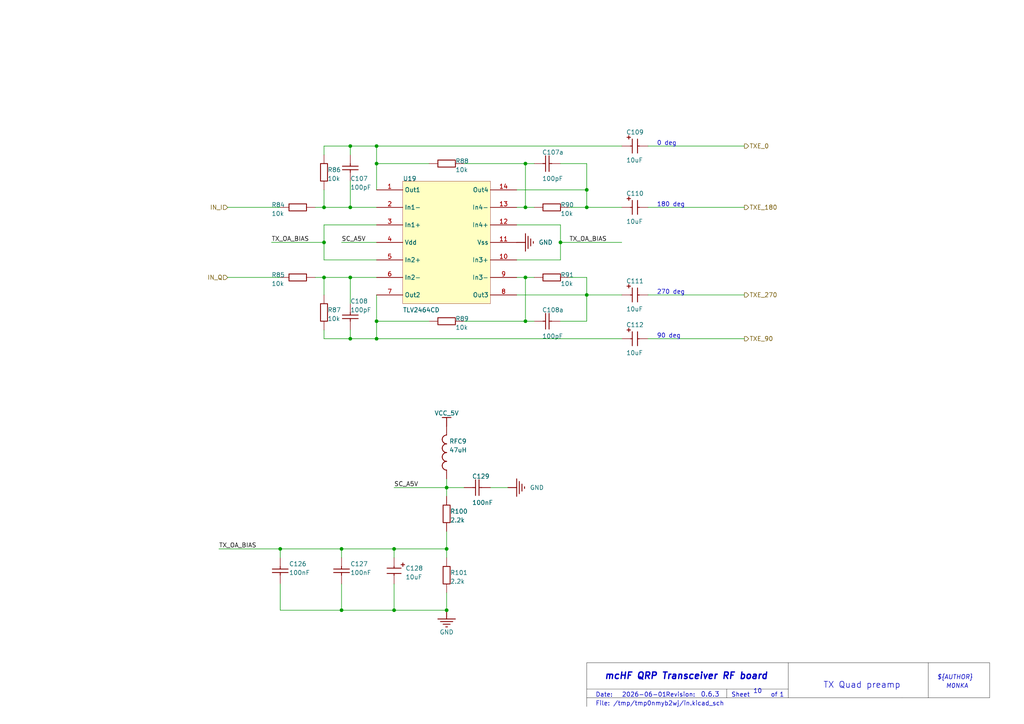
<source format=kicad_sch>
(kicad_sch (version 20231120) (generator "eeschema") (generator_version "8.0")
  (paper "A4")
  (title_block (title "mcHF QRP Transceiver RF board") (rev "0.6.3") (company "M0NKA"))
  (lib_symbols
    (symbol "rf_main-altium-import:GND_POWER_GROUND" (power)
      (property "Reference" "#PWR" (at 0 0 0))
      (property "Value" "GND" (at 0 6.35 0))
      (symbol "GND_POWER_GROUND_0_0"
        (polyline (pts (xy -2.54 -2.54) (xy 2.54 -2.54)) (stroke (width 0.254)))
        (polyline (pts (xy -1.778 -3.302) (xy 1.778 -3.302)) (stroke (width 0.254)))
        (polyline (pts (xy -1.016 -4.064) (xy 1.016 -4.064)) (stroke (width 0.254)))
        (polyline (pts (xy -0.254 -4.826) (xy 0.254 -4.826)) (stroke (width 0.254)))
        (polyline (pts (xy 0 0) (xy 0 -2.54)) (stroke (width 0.254)))
        (pin power_in line (at 0 0 0) (length 0) hide (name "GND") (number ""))
      )
    )
    (symbol "rf_main-altium-import:TX Quad preamp_0_CAP-POL_0"
      (symbol "TX Quad preamp_0_CAP-POL_0_1_0"
        (polyline (pts (xy 1.524 2.54) (xy 2.54 2.54)) (stroke (width 0.254)))
        (polyline (pts (xy 2.032 2.032) (xy 2.032 3.048)) (stroke (width 0.254)))
        (polyline (pts (xy 2.54 0) (xy 3.048 0)) (stroke (width 0.254)))
        (polyline (pts (xy 3.048 -2.032) (xy 3.048 2.032)) (stroke (width 0.254)))
        (polyline (pts (xy 4.572 0) (xy 5.08 0)) (stroke (width 0.254)))
        (polyline (pts (xy 4.572 2.032) (xy 4.572 -2.032)) (stroke (width 0.254)))
        (pin passive line (at 0 0 0) (length 2.54) (name "1") (number "1"))
        (pin passive line (at 7.62 0 180) (length 2.54) (name "2") (number "2"))
      )
    )
    (symbol "rf_main-altium-import:TX Quad preamp_0_RES_0"
      (symbol "TX Quad preamp_0_RES_0_1_0"
        (rectangle (start 5.08 -1.524) (end 0 -3.556) (stroke (width 0.254)))
        (pin passive line (at -2.54 -2.54 0) (length 2.54) (name "1") (number "1"))
        (pin passive line (at 7.62 -2.54 180) (length 2.54) (name "2") (number "2"))
      )
    )
    (symbol "rf_main-altium-import:TX Quad preamp_0_TLV2464CD"
      (symbol "TX Quad preamp_0_TLV2464CD_1_0"
        (rectangle (start 12.7 17.78) (end -12.7 -17.78) (stroke (width 0.0254) (color 128 0 0 1)) (fill (type background)))
        (pin output line (at -20.32 15.24 0) (length 7.62) (name "Out1") (number "1"))
        (pin input line (at 20.32 -5.08 180) (length 7.62) (name "In3+") (number "10"))
        (pin power_in line (at 20.32 0 180) (length 7.62) (name "Vss") (number "11"))
        (pin input line (at 20.32 5.08 180) (length 7.62) (name "In4+") (number "12"))
        (pin input line (at 20.32 10.16 180) (length 7.62) (name "In4-") (number "13"))
        (pin output line (at 20.32 15.24 180) (length 7.62) (name "Out4") (number "14"))
        (pin input line (at -20.32 10.16 0) (length 7.62) (name "In1-") (number "2"))
        (pin input line (at -20.32 5.08 0) (length 7.62) (name "In1+") (number "3"))
        (pin power_in line (at -20.32 0 0) (length 7.62) (name "Vdd") (number "4"))
        (pin input line (at -20.32 -5.08 0) (length 7.62) (name "In2+") (number "5"))
        (pin input line (at -20.32 -10.16 0) (length 7.62) (name "In2-") (number "6"))
        (pin output line (at -20.32 -15.24 0) (length 7.62) (name "Out2") (number "7"))
        (pin output line (at 20.32 -15.24 180) (length 7.62) (name "Out3") (number "8"))
        (pin input line (at 20.32 -10.16 180) (length 7.62) (name "In3-") (number "9"))
      )
    )
    (symbol "rf_main-altium-import:TX Quad preamp_1_RES_0"
      (symbol "TX Quad preamp_1_RES_0_1_0"
        (rectangle (start 3.556 5.08) (end 1.524 0) (stroke (width 0.254)))
        (pin passive line (at 2.54 -2.54 90) (length 2.54) (name "1") (number "1"))
        (pin passive line (at 2.54 7.62 270) (length 2.54) (name "2") (number "2"))
      )
    )
    (symbol "rf_main-altium-import:TX Quad preamp_1_TDK-NLV25T"
      (symbol "TX Quad preamp_1_TDK-NLV25T_1_0"
        (arc (start 1.27 1.27) (mid 1.642 0.372) (end 2.54 0) (stroke (width 0.254)))
        (arc (start 1.27 3.81) (mid 1.642 2.912) (end 2.54 2.54) (stroke (width 0.254)))
        (arc (start 1.27 6.35) (mid 1.642 5.452) (end 2.54 5.08) (stroke (width 0.254)))
        (arc (start 1.27 8.89) (mid 1.642 7.992) (end 2.54 7.62) (stroke (width 0.254)))
        (arc (start 2.54 2.54) (mid 1.642 2.168) (end 1.27 1.27) (stroke (width 0.254)))
        (arc (start 2.54 5.08) (mid 1.642 4.708) (end 1.27 3.81) (stroke (width 0.254)))
        (arc (start 2.54 7.62) (mid 1.642 7.248) (end 1.27 6.35) (stroke (width 0.254)))
        (arc (start 2.54 10.16) (mid 1.642 9.788) (end 1.27 8.89) (stroke (width 0.254)))
        (pin passive line (at 2.54 -2.54 90) (length 2.54) (name "1") (number "1"))
        (pin passive line (at 2.54 12.7 270) (length 2.54) (name "2") (number "2"))
      )
    )
    (symbol "rf_main-altium-import:TX Quad preamp_2_CAP"
      (symbol "TX Quad preamp_2_CAP_1_0"
        (polyline (pts (xy -2.54 0) (xy -2.54 0.762)) (stroke (width 0.254)))
        (polyline (pts (xy -2.54 1.778) (xy -2.54 2.54)) (stroke (width 0.254)))
        (polyline (pts (xy -0.254 0.762) (xy -4.826 0.762)) (stroke (width 0.254)))
        (polyline (pts (xy -0.254 1.778) (xy -4.826 1.778)) (stroke (width 0.254)))
        (pin passive line (at -2.54 -2.54 90) (length 2.54) (name "1") (number "1"))
        (pin passive line (at -2.54 5.08 270) (length 2.54) (name "2") (number "2"))
      )
    )
    (symbol "rf_main-altium-import:TX Quad preamp_3_CAP"
      (symbol "TX Quad preamp_3_CAP_1_0"
        (polyline (pts (xy -1.778 -2.54) (xy -2.54 -2.54)) (stroke (width 0.254)))
        (polyline (pts (xy -1.778 -0.254) (xy -1.778 -4.826)) (stroke (width 0.254)))
        (polyline (pts (xy -0.762 -0.254) (xy -0.762 -4.826)) (stroke (width 0.254)))
        (polyline (pts (xy 0 -2.54) (xy -0.762 -2.54)) (stroke (width 0.254)))
        (pin passive line (at 2.54 -2.54 180) (length 2.54) (name "1") (number "1"))
        (pin passive line (at -5.08 -2.54 0) (length 2.54) (name "2") (number "2"))
      )
    )
    (symbol "rf_main-altium-import:TX Quad preamp_3_CAP-POL_0"
      (symbol "TX Quad preamp_3_CAP-POL_0_1_0"
        (polyline (pts (xy -2.032 -3.048) (xy 2.032 -3.048)) (stroke (width 0.254)))
        (polyline (pts (xy 0 -4.572) (xy 0 -5.08)) (stroke (width 0.254)))
        (polyline (pts (xy 0 -2.54) (xy 0 -3.048)) (stroke (width 0.254)))
        (polyline (pts (xy 2.032 -4.572) (xy -2.032 -4.572)) (stroke (width 0.254)))
        (polyline (pts (xy 2.032 -2.032) (xy 3.048 -2.032)) (stroke (width 0.254)))
        (polyline (pts (xy 2.54 -1.524) (xy 2.54 -2.54)) (stroke (width 0.254)))
        (pin passive line (at 0 0 270) (length 2.54) (name "1") (number "1"))
        (pin passive line (at 0 -7.62 90) (length 2.54) (name "2") (number "2"))
      )
    )
    (symbol "rf_main-altium-import:VCC_5V_BAR" (power)
      (property "Reference" "#PWR" (at 0 0 0))
      (property "Value" "VCC_5V" (at 0 3.81 0))
      (symbol "VCC_5V_BAR_0_0"
        (polyline (pts (xy -1.27 -2.54) (xy 1.27 -2.54)) (stroke (width 0.254)))
        (polyline (pts (xy 0 0) (xy 0 -2.54)) (stroke (width 0.254)))
        (pin power_in line (at 0 0 0) (length 0) hide (name "VCC_5V") (number ""))
      )
    )
  )
  (junction (at 170.18 55.0672))
  (junction (at 109.22 42.3672))
  (junction (at 101.6 60.1472))
  (junction (at 109.22 47.4472))
  (junction (at 101.6 80.4672))
  (junction (at 109.22 93.1672))
  (junction (at 114.3 159.2072))
  (junction (at 170.18 60.1472))
  (junction (at 114.3 176.9872))
  (junction (at 162.56 70.3072))
  (junction (at 101.6 42.3672))
  (junction (at 170.18 85.5472))
  (junction (at 152.4 80.4672))
  (junction (at 93.98 70.3072))
  (junction (at 81.28 159.2072))
  (junction (at 93.98 60.1472))
  (junction (at 152.4 60.1472))
  (junction (at 99.06 159.2072))
  (junction (at 129.54 159.2072))
  (junction (at 129.54 141.4272))
  (junction (at 152.4 93.1672))
  (junction (at 152.4 47.4472))
  (junction (at 129.54 176.9872))
  (junction (at 93.98 80.4672))
  (junction (at 109.22 98.2472))
  (junction (at 101.6 98.2472))
  (junction (at 99.06 176.9872))
  (wire (pts (xy 170.18 85.5472) (xy 180.34 85.5472)))
  (wire (pts (xy 134.62 93.1672) (xy 152.4 93.1672)))
  (polyline (pts (xy 261.62 202.3872) (xy 170.18 202.3872)) (stroke (width 0.0254) (type solid) (color 0 0 0 1)))
  (wire (pts (xy 187.96 42.3672) (xy 215.9 42.3672)))
  (wire (pts (xy 109.22 70.3072) (xy 99.06 70.3072)))
  (wire (pts (xy 129.54 159.2072) (xy 114.3 159.2072)))
  (wire (pts (xy 162.56 70.3072) (xy 162.56 75.3872)))
  (polyline (pts (xy 210.82 199.8472) (xy 210.82 202.3872)) (stroke (width 0.0254) (type solid) (color 0 0 0 1)))
  (wire (pts (xy 93.98 70.3072) (xy 93.98 75.3872)))
  (wire (pts (xy 109.22 85.5472) (xy 109.22 93.1672)))
  (wire (pts (xy 149.86 85.5472) (xy 170.18 85.5472)))
  (polyline (pts (xy 228.6 192.2272) (xy 228.6 202.3872)) (stroke (width 0.0254) (type solid) (color 0 0 0 1)))
  (wire (pts (xy 99.06 159.2072) (xy 81.28 159.2072)))
  (wire (pts (xy 109.22 42.3672) (xy 180.34 42.3672)))
  (wire (pts (xy 187.96 60.1472) (xy 215.9 60.1472)))
  (wire (pts (xy 81.28 80.4672) (xy 66.04 80.4672)))
  (polyline (pts (xy 170.18 199.8472) (xy 228.6 199.8472)) (stroke (width 0.0254) (type solid) (color 0 0 0 1)))
  (wire (pts (xy 81.28 159.2072) (xy 63.5 159.2072)))
  (wire (pts (xy 170.18 60.1472) (xy 165.1 60.1472)))
  (wire (pts (xy 109.22 55.0672) (xy 109.22 47.4472)))
  (wire (pts (xy 114.3 161.7472) (xy 114.3 159.2072)))
  (wire (pts (xy 101.6 60.1472) (xy 109.22 60.1472)))
  (wire (pts (xy 129.54 141.4272) (xy 134.62 141.4272)))
  (wire (pts (xy 114.3 176.9872) (xy 114.3 169.3672)))
  (wire (pts (xy 170.18 85.5472) (xy 170.18 80.4672)))
  (polyline (pts (xy 287.02 202.3872) (xy 287.02 192.2272)) (stroke (width 0.0254) (type solid) (color 0 0 0 1)))
  (wire (pts (xy 162.56 65.2272) (xy 162.56 70.3072)))
  (wire (pts (xy 99.06 176.9872) (xy 114.3 176.9872)))
  (wire (pts (xy 101.6 95.7072) (xy 101.6 98.2472)))
  (wire (pts (xy 147.32 141.4272) (xy 142.24 141.4272)))
  (wire (pts (xy 93.98 65.2272) (xy 93.98 70.3072)))
  (wire (pts (xy 187.96 98.2472) (xy 215.9 98.2472)))
  (wire (pts (xy 93.98 60.1472) (xy 101.6 60.1472)))
  (wire (pts (xy 152.4 60.1472) (xy 154.94 60.1472)))
  (wire (pts (xy 149.86 60.1472) (xy 152.4 60.1472)))
  (wire (pts (xy 101.6 98.2472) (xy 109.22 98.2472)))
  (wire (pts (xy 81.28 161.7472) (xy 81.28 159.2072)))
  (wire (pts (xy 129.54 138.8872) (xy 129.54 141.4272)))
  (wire (pts (xy 162.56 93.1672) (xy 170.18 93.1672)))
  (wire (pts (xy 114.3 176.9872) (xy 129.54 176.9872)))
  (wire (pts (xy 109.22 93.1672) (xy 109.22 98.2472)))
  (wire (pts (xy 109.22 47.4472) (xy 124.46 47.4472)))
  (wire (pts (xy 101.6 44.9072) (xy 101.6 42.3672)))
  (wire (pts (xy 99.06 161.7472) (xy 99.06 159.2072)))
  (wire (pts (xy 99.06 169.3672) (xy 99.06 176.9872)))
  (polyline (pts (xy 170.18 192.2272) (xy 170.18 204.9272)) (stroke (width 0.0254) (type solid) (color 0 0 0 1)))
  (wire (pts (xy 81.28 169.3672) (xy 81.28 176.9872)))
  (wire (pts (xy 154.94 47.4472) (xy 152.4 47.4472)))
  (wire (pts (xy 93.98 85.5472) (xy 93.98 80.4672)))
  (wire (pts (xy 101.6 88.0872) (xy 101.6 80.4672)))
  (wire (pts (xy 170.18 93.1672) (xy 170.18 85.5472)))
  (wire (pts (xy 129.54 141.4272) (xy 114.3 141.4272)))
  (wire (pts (xy 93.98 80.4672) (xy 101.6 80.4672)))
  (wire (pts (xy 101.6 80.4672) (xy 109.22 80.4672)))
  (wire (pts (xy 134.62 47.4472) (xy 152.4 47.4472)))
  (wire (pts (xy 152.4 93.1672) (xy 154.94 93.1672)))
  (wire (pts (xy 93.98 98.2472) (xy 101.6 98.2472)))
  (wire (pts (xy 162.56 70.3072) (xy 180.34 70.3072)))
  (wire (pts (xy 109.22 65.2272) (xy 93.98 65.2272)))
  (wire (pts (xy 149.86 55.0672) (xy 170.18 55.0672)))
  (wire (pts (xy 93.98 70.3072) (xy 78.74 70.3072)))
  (wire (pts (xy 109.22 47.4472) (xy 109.22 42.3672)))
  (polyline (pts (xy 287.02 192.2272) (xy 170.18 192.2272)) (stroke (width 0.0254) (type solid) (color 0 0 0 1)))
  (wire (pts (xy 93.98 42.3672) (xy 93.98 44.9072)))
  (polyline (pts (xy 261.62 202.3872) (xy 287.02 202.3872)) (stroke (width 0.0254) (type solid) (color 0 0 0 1)))
  (wire (pts (xy 129.54 141.4272) (xy 129.54 143.9672)))
  (wire (pts (xy 109.22 93.1672) (xy 124.46 93.1672)))
  (wire (pts (xy 149.86 65.2272) (xy 162.56 65.2272)))
  (wire (pts (xy 129.54 176.9872) (xy 129.54 171.9072)))
  (wire (pts (xy 187.96 85.5472) (xy 215.9 85.5472)))
  (wire (pts (xy 81.28 60.1472) (xy 66.04 60.1472)))
  (wire (pts (xy 162.56 75.3872) (xy 149.86 75.3872)))
  (wire (pts (xy 93.98 95.7072) (xy 93.98 98.2472)))
  (wire (pts (xy 81.28 176.9872) (xy 99.06 176.9872)))
  (wire (pts (xy 129.54 159.2072) (xy 129.54 161.7472)))
  (wire (pts (xy 109.22 98.2472) (xy 180.34 98.2472)))
  (wire (pts (xy 129.54 159.2072) (xy 129.54 154.1272)))
  (wire (pts (xy 152.4 93.1672) (xy 152.4 80.4672)))
  (wire (pts (xy 91.44 80.4672) (xy 93.98 80.4672)))
  (wire (pts (xy 162.56 47.4472) (xy 170.18 47.4472)))
  (wire (pts (xy 109.22 42.3672) (xy 101.6 42.3672)))
  (wire (pts (xy 93.98 75.3872) (xy 109.22 75.3872)))
  (wire (pts (xy 101.6 42.3672) (xy 93.98 42.3672)))
  (wire (pts (xy 170.18 47.4472) (xy 170.18 55.0672)))
  (wire (pts (xy 170.18 55.0672) (xy 170.18 60.1472)))
  (wire (pts (xy 170.18 80.4672) (xy 165.1 80.4672)))
  (wire (pts (xy 152.4 47.4472) (xy 152.4 60.1472)))
  (wire (pts (xy 152.4 80.4672) (xy 154.94 80.4672)))
  (wire (pts (xy 101.6 52.5272) (xy 101.6 60.1472)))
  (wire (pts (xy 91.44 60.1472) (xy 93.98 60.1472)))
  (polyline (pts (xy 269.24 192.2272) (xy 269.24 202.3872)) (stroke (width 0.0254) (type solid) (color 0 0 0 1)))
  (wire (pts (xy 93.98 55.0672) (xy 93.98 60.1472)))
  (wire (pts (xy 149.86 80.4672) (xy 152.4 80.4672)))
  (wire (pts (xy 170.18 60.1472) (xy 180.34 60.1472)))
  (wire (pts (xy 114.3 159.2072) (xy 99.06 159.2072)))
  (text "${TITLE}" (at 175.26 197.3072 0) (effects (font (size 1.905 1.905) (thickness 0.381) (bold yes) (italic yes)) (justify left bottom)))
  (text "TX Quad preamp" (at 238.76 199.8472 0) (effects (font (size 1.778 1.778)) (justify left bottom)))
  (text "${COMPANY}" (at 274.32 199.8472 0) (effects (font (size 1.27 1.27) (italic yes)) (justify left bottom)))
  (text "${##}" (at 226.06 202.3872 0) (effects (font (size 1.27 1.27)) (justify left bottom)))
  (text "${AUTHOR}" (at 271.78 197.3072 0) (effects (font (size 1.27 1.27) (italic yes)) (justify left bottom)))
  (text "${REVISION}" (at 203.2 202.3872 0) (effects (font (size 1.397 1.397)) (justify left bottom)))
  (text "of" (at 223.52 202.3872 0) (effects (font (size 1.27 1.27)) (justify left bottom)))
  (text "File:" (at 172.72 204.9272 0) (effects (font (size 1.27 1.27)) (justify left bottom)))
  (text "90 deg" (at 190.5 98.2472 0) (effects (font (size 1.27 1.27)) (justify left bottom)))
  (text "${FILEPATH}" (at 177.8 204.9272 0) (effects (font (size 1.27 1.27)) (justify left bottom)))
  (text "270 deg" (at 190.5 85.5472 0) (effects (font (size 1.27 1.27)) (justify left bottom)))
  (text "10" (at 218.44 199.8472 0) (effects (font (size 1.27 1.27)) (justify left top)))
  (text "Revision:" (at 193.04 202.3872 0) (effects (font (size 1.27 1.27)) (justify left bottom)))
  (text "180 deg" (at 190.5 60.1472 0) (effects (font (size 1.27 1.27)) (justify left bottom)))
  (text "Date:" (at 172.72 202.3872 0) (effects (font (size 1.27 1.27)) (justify left bottom)))
  (text "0 deg" (at 190.5 42.3672 0) (effects (font (size 1.27 1.27)) (justify left bottom)))
  (text "Sheet" (at 212.09 202.3872 0) (effects (font (size 1.27 1.27)) (justify left bottom)))
  (text "${CURRENT_DATE}" (at 180.34 202.3872 0) (effects (font (size 1.27 1.27)) (justify left bottom)))
  (label "TX_OA_BIAS" (at 165.1 70.3072 0))
  (label "TX_OA_BIAS" (at 63.5 159.2072 0))
  (label "SC_A5V" (at 99.06 70.3072 0))
  (label "SC_A5V" (at 114.3 141.4272 0))
  (label "TX_OA_BIAS" (at 78.74 70.3072 0))
  (hierarchical_label "TXE_0" (shape output) (at 215.9 42.3672 0))
  (hierarchical_label "TXE_270" (shape output) (at 215.9 85.5472 0))
  (hierarchical_label "IN_Q" (shape input) (at 66.04 80.4672 180))
  (hierarchical_label "TXE_180" (shape output) (at 215.9 60.1472 0))
  (hierarchical_label "TXE_90" (shape output) (at 215.9 98.2472 0))
  (hierarchical_label "IN_I" (shape input) (at 66.04 60.1472 180))
  (symbol (lib_id "rf_main-altium-import:TX Quad preamp_1_RES_0") (at 91.44 52.5272 0) (unit 1)
    (property "Reference" "R86" (at 94.996 49.9872 0) (effects (justify left bottom)))
    (property "Value" "10k" (at 94.996 52.5272 0) (effects (justify left bottom)))
    (property "Footprint" "0805-Pro" (effects (hide yes)))
    (property "Description" "Resistor" (effects (hide yes)))
    (property "ORDER" "FN 146-9856" (effects (hide yes)))
    (property "PRICE" "0.021" (effects (hide yes)))
    (property "QT ORDER" "QCR-00349" (effects (hide yes)))
  )
  (symbol (lib_id "rf_main-altium-import:GND_POWER_GROUND") (at 149.86 70.3072 90) (unit 1)
    (property "Reference" "#PWR?" (effects (hide yes)))
    (property "Value" "GND" (at 156.21 70.3072 90) (effects (justify right)))
  )
  (symbol (lib_id "rf_main-altium-import:TX Quad preamp_2_CAP") (at 101.6 166.8272 0) (unit 1)
    (property "Reference" "C127" (at 101.6 164.2872 0) (effects (justify left bottom)))
    (property "Value" "100nF" (at 101.6 166.8272 0) (effects (justify left bottom)))
    (property "Footprint" "0805-Pro" (effects (hide yes)))
    (property "Description" "Capacitor" (effects (hide yes)))
    (property "PRICE" "0.068" (effects (hide yes)))
    (property "ORDER" "FN 252-2090" (effects (hide yes)))
    (property "QT ORDER" "QCC-00154" (effects (hide yes)))
  )
  (symbol (lib_id "rf_main-altium-import:TX Quad preamp_0_CAP-POL_0") (at 180.34 42.3672 0) (unit 1)
    (property "Reference" "C109" (at 181.61 39.0652 0) (effects (justify left bottom)))
    (property "Value" "10uF" (at 181.61 47.1932 0) (effects (justify left bottom)))
    (property "Footprint" "1206_Elec_Cap_N" (effects (hide yes)))
    (property "Description" "Electrolitic capacitor" (effects (hide yes)))
    (property "PRICE" "0.204" (effects (hide yes)))
    (property "ORDER" "FN 233-3009" (effects (hide yes)))
    (property "QT ORDER" "QCC-00166" (effects (hide yes)))
  )
  (symbol (lib_id "rf_main-altium-import:TX Quad preamp_0_RES_0") (at 127 90.6272 0) (unit 1)
    (property "Reference" "R89" (at 132.08 93.1672 0) (effects (justify left bottom)))
    (property "Value" "10k" (at 132.08 95.7072 0) (effects (justify left bottom)))
    (property "Footprint" "0805-Pro" (effects (hide yes)))
    (property "Description" "Resistor" (effects (hide yes)))
    (property "ORDER" "FN 146-9856" (effects (hide yes)))
    (property "PRICE" "0.021" (effects (hide yes)))
    (property "QT ORDER" "QCR-00349" (effects (hide yes)))
  )
  (symbol (lib_id "rf_main-altium-import:TX Quad preamp_0_RES_0") (at 83.82 77.9272 0) (unit 1)
    (property "Reference" "R85" (at 78.74 80.4672 0) (effects (justify left bottom)))
    (property "Value" "10k" (at 78.74 83.0072 0) (effects (justify left bottom)))
    (property "Footprint" "0805-Pro" (effects (hide yes)))
    (property "Description" "Resistor" (effects (hide yes)))
    (property "ORDER" "FN 146-9856" (effects (hide yes)))
    (property "PRICE" "0.021" (effects (hide yes)))
    (property "QT ORDER" "QCR-00349" (effects (hide yes)))
  )
  (symbol (lib_id "rf_main-altium-import:TX Quad preamp_3_CAP") (at 139.7 138.8872 0) (unit 1)
    (property "Reference" "C129" (at 136.906 138.8872 0) (effects (justify left bottom)))
    (property "Value" "100nF" (at 136.906 146.5072 0) (effects (justify left bottom)))
    (property "Footprint" "0805-Pro" (effects (hide yes)))
    (property "Description" "Capacitor" (effects (hide yes)))
    (property "PRICE" "0.068" (effects (hide yes)))
    (property "ORDER" "FN 252-2090" (effects (hide yes)))
    (property "QT ORDER" "QCC-00154" (effects (hide yes)))
  )
  (symbol (lib_id "rf_main-altium-import:TX Quad preamp_0_CAP-POL_0") (at 180.34 85.5472 0) (unit 1)
    (property "Reference" "C111" (at 181.61 82.2452 0) (effects (justify left bottom)))
    (property "Value" "10uF" (at 181.61 90.3732 0) (effects (justify left bottom)))
    (property "Footprint" "1206_Elec_Cap_N" (effects (hide yes)))
    (property "Description" "Electrolitic capacitor" (effects (hide yes)))
    (property "PRICE" "0.204" (effects (hide yes)))
    (property "ORDER" "FN 233-3009" (effects (hide yes)))
    (property "QT ORDER" "QCC-00166" (effects (hide yes)))
  )
  (symbol (lib_id "rf_main-altium-import:TX Quad preamp_0_CAP-POL_0") (at 180.34 60.1472 0) (unit 1)
    (property "Reference" "C110" (at 181.61 56.8452 0) (effects (justify left bottom)))
    (property "Value" "10uF" (at 181.61 64.9732 0) (effects (justify left bottom)))
    (property "Footprint" "1206_Elec_Cap_N" (effects (hide yes)))
    (property "Description" "Electrolitic capacitor" (effects (hide yes)))
    (property "PRICE" "0.204" (effects (hide yes)))
    (property "ORDER" "FN 233-3009" (effects (hide yes)))
    (property "QT ORDER" "QCC-00166" (effects (hide yes)))
  )
  (symbol (lib_id "rf_main-altium-import:VCC_5V_BAR") (at 129.54 123.6472 180) (unit 1)
    (property "Reference" "#PWR?" (effects (hide yes)))
    (property "Value" "VCC_5V" (at 129.54 119.8372 0))
  )
  (symbol (lib_id "rf_main-altium-import:TX Quad preamp_2_CAP") (at 104.14 93.1672 0) (unit 1)
    (property "Reference" "C108" (at 101.6 88.0872 0) (effects (justify left bottom)))
    (property "Value" "100pF" (at 101.6 90.6272 0) (effects (justify left bottom)))
    (property "Footprint" "0805-Pro" (effects (hide yes)))
    (property "Description" "Capacitor" (effects (hide yes)))
    (property "PRICE" "0.056" (effects (hide yes)))
    (property "ORDER" "FN 233-2692" (effects (hide yes)))
  )
  (symbol (lib_id "rf_main-altium-import:TX Quad preamp_0_RES_0") (at 127 44.9072 0) (unit 1)
    (property "Reference" "R88" (at 132.08 47.4472 0) (effects (justify left bottom)))
    (property "Value" "10k" (at 132.08 49.9872 0) (effects (justify left bottom)))
    (property "Footprint" "0805-Pro" (effects (hide yes)))
    (property "Description" "Resistor" (effects (hide yes)))
    (property "ORDER" "FN 146-9856" (effects (hide yes)))
    (property "PRICE" "0.021" (effects (hide yes)))
    (property "QT ORDER" "QCR-00349" (effects (hide yes)))
  )
  (symbol (lib_id "rf_main-altium-import:TX Quad preamp_1_RES_0") (at 91.44 93.1672 0) (unit 1)
    (property "Reference" "R87" (at 94.996 90.6272 0) (effects (justify left bottom)))
    (property "Value" "10k" (at 94.996 93.1672 0) (effects (justify left bottom)))
    (property "Footprint" "0805-Pro" (effects (hide yes)))
    (property "Description" "Resistor" (effects (hide yes)))
    (property "ORDER" "FN 146-9856" (effects (hide yes)))
    (property "PRICE" "0.021" (effects (hide yes)))
    (property "QT ORDER" "QCR-00349" (effects (hide yes)))
  )
  (symbol (lib_id "rf_main-altium-import:TX Quad preamp_2_CAP") (at 104.14 49.9872 0) (unit 1)
    (property "Reference" "C107" (at 101.6 52.5272 0) (effects (justify left bottom)))
    (property "Value" "100pF" (at 101.6 55.0672 0) (effects (justify left bottom)))
    (property "Footprint" "0805-Pro" (effects (hide yes)))
    (property "Description" "Capacitor" (effects (hide yes)))
    (property "PRICE" "0.056" (effects (hide yes)))
    (property "ORDER" "FN 233-2692" (effects (hide yes)))
  )
  (symbol (lib_id "rf_main-altium-import:TX Quad preamp_2_CAP") (at 83.82 166.8272 0) (unit 1)
    (property "Reference" "C126" (at 83.82 164.2872 0) (effects (justify left bottom)))
    (property "Value" "100nF" (at 83.82 166.8272 0) (effects (justify left bottom)))
    (property "Footprint" "0805-Pro" (effects (hide yes)))
    (property "Description" "Capacitor" (effects (hide yes)))
    (property "PRICE" "0.068" (effects (hide yes)))
    (property "ORDER" "FN 252-2090" (effects (hide yes)))
    (property "QT ORDER" "QCC-00154" (effects (hide yes)))
  )
  (symbol (lib_id "rf_main-altium-import:TX Quad preamp_0_RES_0") (at 157.48 57.6072 0) (unit 1)
    (property "Reference" "R90" (at 162.56 60.1472 0) (effects (justify left bottom)))
    (property "Value" "10k" (at 162.56 62.6872 0) (effects (justify left bottom)))
    (property "Footprint" "0805-Pro" (effects (hide yes)))
    (property "Description" "Resistor" (effects (hide yes)))
    (property "ORDER" "FN 146-9856" (effects (hide yes)))
    (property "PRICE" "0.021" (effects (hide yes)))
    (property "QT ORDER" "QCR-00349" (effects (hide yes)))
  )
  (symbol (lib_id "rf_main-altium-import:TX Quad preamp_0_RES_0") (at 157.48 77.9272 0) (unit 1)
    (property "Reference" "R91" (at 162.56 80.4672 0) (effects (justify left bottom)))
    (property "Value" "10k" (at 162.56 83.0072 0) (effects (justify left bottom)))
    (property "Footprint" "0805-Pro" (effects (hide yes)))
    (property "Description" "Resistor" (effects (hide yes)))
    (property "ORDER" "FN 146-9856" (effects (hide yes)))
    (property "PRICE" "0.021" (effects (hide yes)))
    (property "QT ORDER" "QCR-00349" (effects (hide yes)))
  )
  (symbol (lib_id "rf_main-altium-import:TX Quad preamp_1_RES_0") (at 127 151.5872 0) (unit 1)
    (property "Reference" "R100" (at 130.556 149.0472 0) (effects (justify left bottom)))
    (property "Value" "2.2k" (at 130.556 151.5872 0) (effects (justify left bottom)))
    (property "Footprint" "0805-Pro" (effects (hide yes)))
    (property "Description" "Resistor" (effects (hide yes)))
    (property "ORDER" "FN 188-7289" (effects (hide yes)))
    (property "PRICE" "0.046" (effects (hide yes)))
    (property "QT ORDER" "QCR-00333" (effects (hide yes)))
  )
  (symbol (lib_id "rf_main-altium-import:GND_POWER_GROUND") (at 147.32 141.4272 90) (unit 1)
    (property "Reference" "#PWR?" (effects (hide yes)))
    (property "Value" "GND" (at 153.67 141.4272 90) (effects (justify right)))
  )
  (symbol (lib_id "rf_main-altium-import:TX Quad preamp_0_CAP-POL_0") (at 180.34 98.2472 0) (unit 1)
    (property "Reference" "C112" (at 181.61 94.9452 0) (effects (justify left bottom)))
    (property "Value" "10uF" (at 181.61 103.0732 0) (effects (justify left bottom)))
    (property "Footprint" "1206_Elec_Cap_N" (effects (hide yes)))
    (property "Description" "Electrolitic capacitor" (effects (hide yes)))
    (property "PRICE" "0.204" (effects (hide yes)))
    (property "ORDER" "FN 233-3009" (effects (hide yes)))
    (property "QT ORDER" "QCC-00166" (effects (hide yes)))
  )
  (symbol (lib_id "rf_main-altium-import:TX Quad preamp_3_CAP") (at 160.02 90.6272 0) (unit 1)
    (property "Reference" "C108a" (at 157.226 90.6272 0) (effects (justify left bottom)))
    (property "Value" "100pF" (at 157.226 98.2472 0) (effects (justify left bottom)))
    (property "Footprint" "0805-Pro" (effects (hide yes)))
    (property "Description" "Capacitor" (effects (hide yes)))
    (property "PRICE" "0.056" (effects (hide yes)))
    (property "ORDER" "FN 233-2692" (effects (hide yes)))
  )
  (symbol (lib_id "rf_main-altium-import:GND_POWER_GROUND") (at 129.54 176.9872 0) (unit 1)
    (property "Reference" "#PWR?" (effects (hide yes)))
    (property "Value" "GND" (at 129.54 183.3372 0))
  )
  (symbol (lib_id "rf_main-altium-import:TX Quad preamp_3_CAP") (at 160.02 44.9072 0) (unit 1)
    (property "Reference" "C107a" (at 157.226 44.9072 0) (effects (justify left bottom)))
    (property "Value" "100pF" (at 157.226 52.5272 0) (effects (justify left bottom)))
    (property "Footprint" "0805-Pro" (effects (hide yes)))
    (property "Description" "Capacitor" (effects (hide yes)))
    (property "PRICE" "0.056" (effects (hide yes)))
    (property "ORDER" "FN 233-2692" (effects (hide yes)))
  )
  (symbol (lib_id "rf_main-altium-import:TX Quad preamp_0_RES_0") (at 83.82 57.6072 0) (unit 1)
    (property "Reference" "R84" (at 78.74 60.1472 0) (effects (justify left bottom)))
    (property "Value" "10k" (at 78.74 62.6872 0) (effects (justify left bottom)))
    (property "Footprint" "0805-Pro" (effects (hide yes)))
    (property "Description" "Resistor" (effects (hide yes)))
    (property "ORDER" "FN 146-9856" (effects (hide yes)))
    (property "PRICE" "0.021" (effects (hide yes)))
    (property "QT ORDER" "QCR-00349" (effects (hide yes)))
  )
  (symbol (lib_id "rf_main-altium-import:TX Quad preamp_1_RES_0") (at 127 169.3672 0) (unit 1)
    (property "Reference" "R101" (at 130.556 166.8272 0) (effects (justify left bottom)))
    (property "Value" "2.2k" (at 130.556 169.3672 0) (effects (justify left bottom)))
    (property "Footprint" "0805-Pro" (effects (hide yes)))
    (property "Description" "Resistor" (effects (hide yes)))
    (property "ORDER" "FN 188-7289" (effects (hide yes)))
    (property "PRICE" "0.046" (effects (hide yes)))
    (property "QT ORDER" "QCR-00333" (effects (hide yes)))
  )
  (symbol (lib_id "rf_main-altium-import:TX Quad preamp_0_TLV2464CD") (at 129.54 70.3072 0) (unit 1)
    (property "Reference" "U19" (at 116.84 52.5272 0) (effects (justify left bottom)))
    (property "Value" "TLV2464CD" (at 116.84 90.6272 0) (effects (justify left bottom)))
    (property "Footprint" "SO-14-Pro" (effects (hide yes)))
    (property "Description" "Low Power, Rail-To-Rail OpAmp" (effects (hide yes)))
    (property "ORDER" "FN 845-5171" (effects (hide yes)))
    (property "PRICE" "1.47" (effects (hide yes)))
  )
  (symbol (lib_id "rf_main-altium-import:TX Quad preamp_3_CAP-POL_0") (at 114.3 161.7472 0) (unit 1)
    (property "Reference" "C128" (at 117.602 165.5572 0) (effects (justify left bottom)))
    (property "Value" "10uF" (at 117.602 168.0972 0) (effects (justify left bottom)))
    (property "Footprint" "1206_Elec_Cap_N" (effects (hide yes)))
    (property "Description" "Electrolitic capacitor" (effects (hide yes)))
    (property "PRICE" "0.204" (effects (hide yes)))
    (property "ORDER" "FN 233-3009" (effects (hide yes)))
    (property "QT ORDER" "QCC-00166" (effects (hide yes)))
  )
  (symbol (lib_id "rf_main-altium-import:TX Quad preamp_1_TDK-NLV25T") (at 127 136.3472 0) (unit 1)
    (property "Reference" "RFC9" (at 130.302 128.7272 0) (effects (justify left bottom)))
    (property "Value" "47uH" (at 130.302 131.2672 0) (effects (justify left bottom)))
    (property "Footprint" "0805-Pro" (effects (hide yes)))
    (property "Description" "INDUCTOR, SIGNAL LINE, 4.7UH, 1005" (effects (hide yes)))
    (property "ORDER" "FN 166-9895" (effects (hide yes)))
    (property "PRICE" "0.166" (effects (hide yes)))
  )
)
</source>
